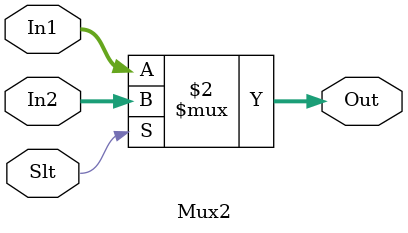
<source format=v>
`timescale 1ns / 1ps
module Mux2 #(parameter WIDTH=4)(
    input [WIDTH-1:0] In1,
	 input [WIDTH-1:0] In2,
	 input Slt,
	 output [WIDTH-1:0] Out
    );
assign Out=(Slt==1'b0)?In1:In2;

endmodule

</source>
